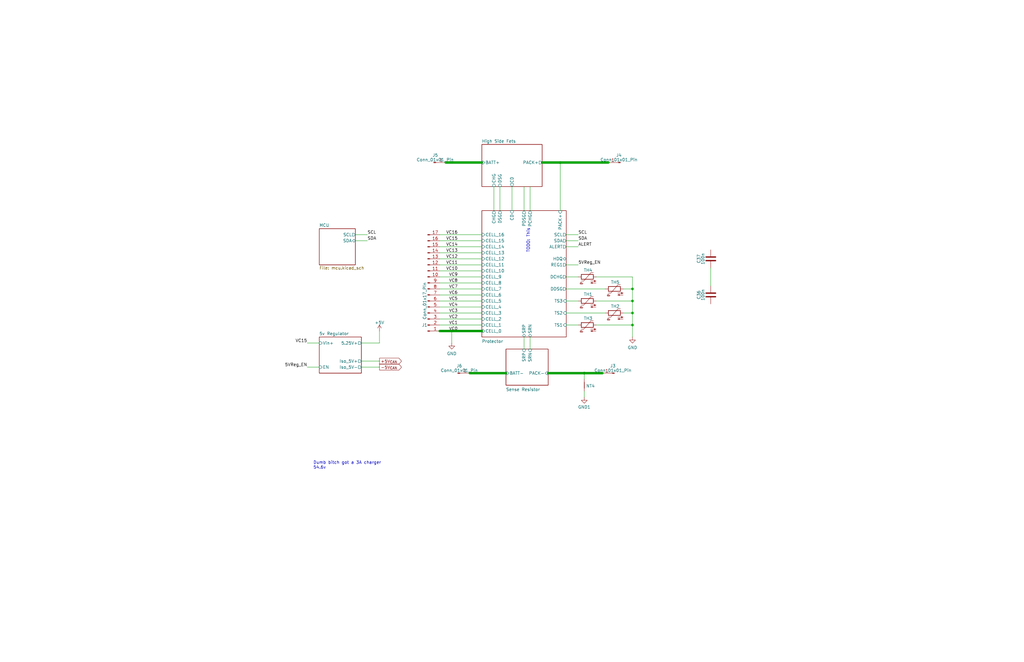
<source format=kicad_sch>
(kicad_sch (version 20230121) (generator eeschema)
  (paper "B")
  (title_block (title "BMS") (date "2022-10-30") (rev "Rev 0") (company "QTech BMS Dept"))
  (lib_symbols
    (symbol "Connector:Conn_01x01_Pin" (pin_names (offset 1.016) hide)
      (property "Reference" "J" (at 0 2.54 0))
      (property "Value" "Conn_01x01_Pin" (at 0 -2.54 0))
      (symbol "Conn_01x01_Pin_1_1"
        (polyline (pts (xy 1.27 0) (xy 0.8636 0)) (stroke (width 0.1524)))
        (rectangle (start 0.8636 0.127) (end 0 -0.127) (stroke (width 0.1524)) (fill (type outline)))
        (pin passive line (at 5.08 0 180) (length 3.81) (name "Pin_1") (number "1"))
      )
    )
    (symbol "Connector:Conn_01x17_Pin" (pin_names (offset 1.016) hide)
      (property "Reference" "J" (at 0 22.86 0))
      (property "Value" "Conn_01x17_Pin" (at 0 -22.86 0))
      (symbol "Conn_01x17_Pin_1_1"
        (polyline (pts (xy 1.27 -20.32) (xy 0.8636 -20.32)) (stroke (width 0.1524)))
        (polyline (pts (xy 1.27 -17.78) (xy 0.8636 -17.78)) (stroke (width 0.1524)))
        (polyline (pts (xy 1.27 -15.24) (xy 0.8636 -15.24)) (stroke (width 0.1524)))
        (polyline (pts (xy 1.27 -12.7) (xy 0.8636 -12.7)) (stroke (width 0.1524)))
        (polyline (pts (xy 1.27 -10.16) (xy 0.8636 -10.16)) (stroke (width 0.1524)))
        (polyline (pts (xy 1.27 -7.62) (xy 0.8636 -7.62)) (stroke (width 0.1524)))
        (polyline (pts (xy 1.27 -5.08) (xy 0.8636 -5.08)) (stroke (width 0.1524)))
        (polyline (pts (xy 1.27 -2.54) (xy 0.8636 -2.54)) (stroke (width 0.1524)))
        (polyline (pts (xy 1.27 0) (xy 0.8636 0)) (stroke (width 0.1524)))
        (polyline (pts (xy 1.27 2.54) (xy 0.8636 2.54)) (stroke (width 0.1524)))
        (polyline (pts (xy 1.27 5.08) (xy 0.8636 5.08)) (stroke (width 0.1524)))
        (polyline (pts (xy 1.27 7.62) (xy 0.8636 7.62)) (stroke (width 0.1524)))
        (polyline (pts (xy 1.27 10.16) (xy 0.8636 10.16)) (stroke (width 0.1524)))
        (polyline (pts (xy 1.27 12.7) (xy 0.8636 12.7)) (stroke (width 0.1524)))
        (polyline (pts (xy 1.27 15.24) (xy 0.8636 15.24)) (stroke (width 0.1524)))
        (polyline (pts (xy 1.27 17.78) (xy 0.8636 17.78)) (stroke (width 0.1524)))
        (polyline (pts (xy 1.27 20.32) (xy 0.8636 20.32)) (stroke (width 0.1524)))
        (rectangle (start 0.8636 -20.193) (end 0 -20.447) (stroke (width 0.1524)) (fill (type outline)))
        (rectangle (start 0.8636 -17.653) (end 0 -17.907) (stroke (width 0.1524)) (fill (type outline)))
        (rectangle (start 0.8636 -15.113) (end 0 -15.367) (stroke (width 0.1524)) (fill (type outline)))
        (rectangle (start 0.8636 -12.573) (end 0 -12.827) (stroke (width 0.1524)) (fill (type outline)))
        (rectangle (start 0.8636 -10.033) (end 0 -10.287) (stroke (width 0.1524)) (fill (type outline)))
        (rectangle (start 0.8636 -7.493) (end 0 -7.747) (stroke (width 0.1524)) (fill (type outline)))
        (rectangle (start 0.8636 -4.953) (end 0 -5.207) (stroke (width 0.1524)) (fill (type outline)))
        (rectangle (start 0.8636 -2.413) (end 0 -2.667) (stroke (width 0.1524)) (fill (type outline)))
        (rectangle (start 0.8636 0.127) (end 0 -0.127) (stroke (width 0.1524)) (fill (type outline)))
        (rectangle (start 0.8636 2.667) (end 0 2.413) (stroke (width 0.1524)) (fill (type outline)))
        (rectangle (start 0.8636 5.207) (end 0 4.953) (stroke (width 0.1524)) (fill (type outline)))
        (rectangle (start 0.8636 7.747) (end 0 7.493) (stroke (width 0.1524)) (fill (type outline)))
        (rectangle (start 0.8636 10.287) (end 0 10.033) (stroke (width 0.1524)) (fill (type outline)))
        (rectangle (start 0.8636 12.827) (end 0 12.573) (stroke (width 0.1524)) (fill (type outline)))
        (rectangle (start 0.8636 15.367) (end 0 15.113) (stroke (width 0.1524)) (fill (type outline)))
        (rectangle (start 0.8636 17.907) (end 0 17.653) (stroke (width 0.1524)) (fill (type outline)))
        (rectangle (start 0.8636 20.447) (end 0 20.193) (stroke (width 0.1524)) (fill (type outline)))
        (pin passive line (at 5.08 20.32 180) (length 3.81) (name "Pin_1") (number "1"))
        (pin passive line (at 5.08 -2.54 180) (length 3.81) (name "Pin_10") (number "10"))
        (pin passive line (at 5.08 -5.08 180) (length 3.81) (name "Pin_11") (number "11"))
        (pin passive line (at 5.08 -7.62 180) (length 3.81) (name "Pin_12") (number "12"))
        (pin passive line (at 5.08 -10.16 180) (length 3.81) (name "Pin_13") (number "13"))
        (pin passive line (at 5.08 -12.7 180) (length 3.81) (name "Pin_14") (number "14"))
        (pin passive line (at 5.08 -15.24 180) (length 3.81) (name "Pin_15") (number "15"))
        (pin passive line (at 5.08 -17.78 180) (length 3.81) (name "Pin_16") (number "16"))
        (pin passive line (at 5.08 -20.32 180) (length 3.81) (name "Pin_17") (number "17"))
        (pin passive line (at 5.08 17.78 180) (length 3.81) (name "Pin_2") (number "2"))
        (pin passive line (at 5.08 15.24 180) (length 3.81) (name "Pin_3") (number "3"))
        (pin passive line (at 5.08 12.7 180) (length 3.81) (name "Pin_4") (number "4"))
        (pin passive line (at 5.08 10.16 180) (length 3.81) (name "Pin_5") (number "5"))
        (pin passive line (at 5.08 7.62 180) (length 3.81) (name "Pin_6") (number "6"))
        (pin passive line (at 5.08 5.08 180) (length 3.81) (name "Pin_7") (number "7"))
        (pin passive line (at 5.08 2.54 180) (length 3.81) (name "Pin_8") (number "8"))
        (pin passive line (at 5.08 0 180) (length 3.81) (name "Pin_9") (number "9"))
      )
    )
    (symbol "Device:C" (pin_numbers hide) (pin_names (offset 0.254))
      (property "Reference" "C" (at 0.635 2.54 0))
      (property "Value" "C" (at 0.635 -2.54 0))
      (symbol "C_0_1"
        (polyline (pts (xy -2.032 -0.762) (xy 2.032 -0.762)) (stroke (width 0.508)))
        (polyline (pts (xy -2.032 0.762) (xy 2.032 0.762)) (stroke (width 0.508)))
      )
      (symbol "C_1_1"
        (pin passive line (at 0 3.81 270) (length 2.794) (name "~") (number "1"))
        (pin passive line (at 0 -3.81 90) (length 2.794) (name "~") (number "2"))
      )
    )
    (symbol "Device:NetTie_2" (pin_numbers hide) (pin_names (offset 0) hide)
      (property "Reference" "NT" (at 0 1.27 0))
      (property "Value" "NetTie_2" (at 0 -1.27 0))
      (symbol "NetTie_2_0_1"
        (polyline (pts (xy -1.27 0) (xy 1.27 0)) (stroke (width 0.254)))
      )
      (symbol "NetTie_2_1_1"
        (pin passive line (at -2.54 0 0) (length 2.54) (name "1") (number "1"))
        (pin passive line (at 2.54 0 180) (length 2.54) (name "2") (number "2"))
      )
    )
    (symbol "Device:Thermistor_NTC" (pin_numbers hide) (pin_names (offset 0))
      (property "Reference" "TH" (at -4.445 0 90))
      (property "Value" "Thermistor_NTC" (at 3.175 0 90))
      (symbol "Thermistor_NTC_0_1"
        (arc (start -3.048 2.159) (mid -3.0495 2.3143) (end -3.175 2.413))
        (arc (start -3.048 2.159) (mid -2.9736 1.9794) (end -2.794 1.905))
        (arc (start -3.048 2.794) (mid -2.9736 2.6144) (end -2.794 2.54))
        (arc (start -2.794 1.905) (mid -2.6144 1.9794) (end -2.54 2.159))
        (arc (start -2.794 2.54) (mid -2.4393 2.5587) (end -2.159 2.794))
        (arc (start -2.794 3.048) (mid -2.9736 2.9736) (end -3.048 2.794))
        (arc (start -2.54 2.794) (mid -2.6144 2.9736) (end -2.794 3.048))
        (rectangle (start -1.016 2.54) (end 1.016 -2.54) (stroke (width 0.254)))
        (polyline (pts (xy -2.54 2.159) (xy -2.54 2.794)))
        (polyline (pts (xy -1.778 2.54) (xy -1.778 1.524) (xy 1.778 -1.524) (xy 1.778 -2.54)))
        (polyline (pts (xy -2.54 -3.683) (xy -2.54 -1.397) (xy -2.794 -2.159) (xy -2.286 -2.159) (xy -2.54 -1.397) (xy -2.54 -1.651)) (fill (type outline)))
        (polyline (pts (xy -1.778 -1.397) (xy -1.778 -3.683) (xy -2.032 -2.921) (xy -1.524 -2.921) (xy -1.778 -3.683) (xy -1.778 -3.429)) (fill (type outline)))
      )
      (symbol "Thermistor_NTC_1_1"
        (pin passive line (at 0 3.81 270) (length 1.27) (name "~") (number "1"))
        (pin passive line (at 0 -3.81 90) (length 1.27) (name "~") (number "2"))
      )
    )
    (symbol "power:+5V" (power) (pin_names (offset 0))
      (property "Value" "+5V" (at 0 3.556 0))
      (symbol "+5V_0_1"
        (polyline (pts (xy -0.762 1.27) (xy 0 2.54)))
        (polyline (pts (xy 0 0) (xy 0 2.54)))
        (polyline (pts (xy 0 2.54) (xy 0.762 1.27)))
      )
      (symbol "+5V_1_1"
        (pin power_in line (at 0 0 90) (length 0) hide (name "+5V") (number "1"))
      )
    )
    (symbol "power:GND" (power) (pin_names (offset 0))
      (property "Value" "GND" (at 0 -3.81 0))
      (symbol "GND_0_1"
        (polyline (pts (xy 0 0) (xy 0 -1.27) (xy 1.27 -1.27) (xy 0 -2.54) (xy -1.27 -1.27) (xy 0 -1.27)))
      )
      (symbol "GND_1_1"
        (pin power_in line (at 0 0 270) (length 0) hide (name "GND") (number "1"))
      )
    )
    (symbol "power:GND1" (power) (pin_names (offset 0))
      (property "Value" "GND1" (at 0 -3.81 0))
      (symbol "GND1_0_1"
        (polyline (pts (xy 0 0) (xy 0 -1.27) (xy 1.27 -1.27) (xy 0 -2.54) (xy -1.27 -1.27) (xy 0 -1.27)))
      )
      (symbol "GND1_1_1"
        (pin power_in line (at 0 0 270) (length 0) hide (name "GND1") (number "1"))
      )
    )
  )
  (junction (at 266.7 127))
  (junction (at 236.22 68.58))
  (junction (at 266.7 132.08))
  (junction (at 266.7 137.16))
  (junction (at 190.5 139.7))
  (junction (at 266.7 121.92))
  (junction (at 246.38 157.48))
  (wire (pts (xy 210.82 78.74) (xy 210.82 88.9)))
  (wire (pts (xy 134.62 154.94) (xy 129.54 154.94)))
  (wire (pts (xy 266.7 127) (xy 266.7 132.08)))
  (wire (pts (xy 220.98 78.74) (xy 220.98 88.9)))
  (wire (pts (xy 223.52 142.24) (xy 223.52 147.32)))
  (wire (pts (xy 185.42 137.16) (xy 203.2 137.16)))
  (wire (pts (xy 251.46 127) (xy 266.7 127)))
  (wire (pts (xy 185.42 129.54) (xy 203.2 129.54)))
  (wire (pts (xy 246.38 157.48) (xy 254 157.48)) (stroke (width 1)))
  (wire (pts (xy 185.42 134.62) (xy 203.2 134.62)))
  (wire (pts (xy 185.42 111.76) (xy 203.2 111.76)))
  (wire (pts (xy 160.02 139.7) (xy 160.02 144.78)))
  (wire (pts (xy 129.54 144.78) (xy 134.62 144.78)))
  (wire (pts (xy 246.38 157.48) (xy 246.38 160.02)))
  (wire (pts (xy 152.4 152.4) (xy 160.02 152.4)))
  (wire (pts (xy 185.42 139.7) (xy 190.5 139.7)) (stroke (width 1)))
  (wire (pts (xy 238.76 137.16) (xy 243.84 137.16)))
  (wire (pts (xy 185.42 124.46) (xy 203.2 124.46)))
  (wire (pts (xy 190.5 139.7) (xy 203.2 139.7)) (stroke (width 1)))
  (wire (pts (xy 152.4 154.94) (xy 160.02 154.94)))
  (wire (pts (xy 236.22 68.58) (xy 256.54 68.58)) (stroke (width 1)))
  (wire (pts (xy 266.7 116.84) (xy 266.7 121.92)))
  (wire (pts (xy 149.86 99.06) (xy 154.94 99.06)))
  (wire (pts (xy 185.42 101.6) (xy 203.2 101.6)))
  (wire (pts (xy 187.96 68.58) (xy 203.2 68.58)) (stroke (width 1)))
  (wire (pts (xy 231.14 157.48) (xy 246.38 157.48)) (stroke (width 1)))
  (wire (pts (xy 185.42 116.84) (xy 203.2 116.84)))
  (wire (pts (xy 266.7 132.08) (xy 266.7 137.16)))
  (wire (pts (xy 238.76 104.14) (xy 243.84 104.14)))
  (wire (pts (xy 238.76 116.84) (xy 243.84 116.84)))
  (wire (pts (xy 262.89 132.08) (xy 266.7 132.08)))
  (wire (pts (xy 220.98 142.24) (xy 220.98 147.32)))
  (wire (pts (xy 185.42 109.22) (xy 203.2 109.22)))
  (wire (pts (xy 223.52 78.74) (xy 223.52 88.9)))
  (wire (pts (xy 185.42 127) (xy 203.2 127)))
  (wire (pts (xy 185.42 121.92) (xy 203.2 121.92)))
  (wire (pts (xy 246.38 165.1) (xy 246.38 167.64)))
  (wire (pts (xy 266.7 142.24) (xy 266.7 137.16)))
  (wire (pts (xy 228.6 68.58) (xy 236.22 68.58)) (stroke (width 1)))
  (wire (pts (xy 238.76 99.06) (xy 243.84 99.06)))
  (wire (pts (xy 299.72 120.65) (xy 299.72 113.03)))
  (wire (pts (xy 251.46 137.16) (xy 266.7 137.16)))
  (wire (pts (xy 238.76 111.76) (xy 243.84 111.76)))
  (wire (pts (xy 185.42 104.14) (xy 203.2 104.14)))
  (wire (pts (xy 198.12 157.48) (xy 213.36 157.48)) (stroke (width 1)))
  (wire (pts (xy 190.5 139.7) (xy 190.5 144.78)))
  (wire (pts (xy 149.86 101.6) (xy 154.94 101.6)))
  (wire (pts (xy 185.42 114.3) (xy 203.2 114.3)))
  (wire (pts (xy 238.76 121.92) (xy 255.27 121.92)))
  (wire (pts (xy 238.76 101.6) (xy 243.84 101.6)))
  (wire (pts (xy 152.4 144.78) (xy 160.02 144.78)))
  (wire (pts (xy 185.42 99.06) (xy 203.2 99.06)))
  (wire (pts (xy 238.76 127) (xy 243.84 127)))
  (wire (pts (xy 185.42 119.38) (xy 203.2 119.38)))
  (wire (pts (xy 185.42 132.08) (xy 203.2 132.08)))
  (wire (pts (xy 262.89 121.92) (xy 266.7 121.92)))
  (wire (pts (xy 251.46 116.84) (xy 266.7 116.84)))
  (wire (pts (xy 208.28 78.74) (xy 208.28 88.9)))
  (wire (pts (xy 266.7 121.92) (xy 266.7 127)))
  (wire (pts (xy 215.9 78.74) (xy 215.9 88.9)))
  (wire (pts (xy 238.76 132.08) (xy 255.27 132.08)))
  (wire (pts (xy 236.22 68.58) (xy 236.22 88.9)))
  (wire (pts (xy 185.42 106.68) (xy 203.2 106.68)))
  (text "Dumb bitch got a 3A charger\n54.6v" (at 132.08 198.12 0) (effects (font (size 1.27 1.27)) (justify left bottom)))
  (text "TODO: This" (at 223.52 106.68 90) (effects (font (size 1.27 1.27)) (justify left bottom)))
  (label "SCL" (at 154.94 99.06 0))
  (label "VC7" (at 193.04 121.92 180))
  (label "VC14" (at 193.04 104.14 180))
  (label "VC13" (at 193.04 106.68 180))
  (label "VC16" (at 193.04 99.06 180))
  (label "VC5" (at 193.04 127 180))
  (label "VC6" (at 193.04 124.46 180))
  (label "5VReg_EN" (at 243.84 111.76 0))
  (label "VC15" (at 129.54 144.78 180))
  (label "VC9" (at 193.04 116.84 180))
  (label "VC0" (at 193.04 139.7 180))
  (label "SDA" (at 243.84 101.6 0))
  (label "VC2" (at 193.04 134.62 180))
  (label "5VReg_EN" (at 129.54 154.94 180))
  (label "ALERT" (at 243.84 104.14 0))
  (label "VC1" (at 193.04 137.16 180))
  (label "VC10" (at 193.04 114.3 180))
  (label "VC8" (at 193.04 119.38 180))
  (label "SCL" (at 243.84 99.06 0))
  (label "VC12" (at 193.04 109.22 180))
  (label "SDA" (at 154.94 101.6 0))
  (label "VC4" (at 193.04 129.54 180))
  (label "VC11" (at 193.04 111.76 180))
  (label "VC3" (at 193.04 132.08 180))
  (label "VC15" (at 193.04 101.6 180))
  (global_label "-5V_{CAN}" (shape output) (at 160.02 154.94 0) (property "Intersheetrefs" "${INTERSHEET_REFS}" (effects hide)))
  (global_label "+5V_{CAN}" (shape output) (at 160.02 152.4 0) (property "Intersheetrefs" "${INTERSHEET_REFS}" (effects hide)))
  (symbol (lib_id "power:GND") (at 266.7 142.24 0) (unit 1)
    (property "Reference" "#PWR011" (effects hide))
    (property "Value" "GND" (at 266.7 146.6834 0))
  )
  (symbol (lib_id "Connector:Conn_01x01_Pin") (at 261.62 68.58 180) (unit 1)
    (property "Reference" "J4" (at 260.985 65.4939 0))
    (property "Value" "Conn_01x01_Pin" (at 260.985 67.4149 0))
    (property "Footprint" "Connector:Banana_Jack_1Pin" (effects hide))
  )
  (symbol (lib_id "power:+5V") (at 160.02 139.7 0) (unit 1)
    (property "Reference" "#PWR01" (effects hide))
    (property "Value" "+5V" (at 160.02 136.1242 0))
  )
  (symbol (lib_id "Connector:Conn_01x01_Pin") (at 193.04 157.48 0) (unit 1)
    (property "Reference" "J6" (at 193.675 154.3939 0))
    (property "Value" "Conn_01x01_Pin" (at 193.675 156.3149 0))
    (property "Footprint" "Connector:Banana_Jack_1Pin" (effects hide))
  )
  (symbol (lib_id "Connector:Conn_01x01_Pin") (at 182.88 68.58 0) (unit 1)
    (property "Reference" "J5" (at 183.515 65.4939 0))
    (property "Value" "Conn_01x01_Pin" (at 183.515 67.4149 0))
    (property "Footprint" "Connector:Banana_Jack_1Pin" (effects hide))
  )
  (symbol (lib_id "power:GND") (at 190.5 144.78 0) (unit 1)
    (property "Reference" "#PWR02" (effects hide))
    (property "Value" "GND" (at 190.5 149.2234 0))
  )
  (symbol (lib_id "Device:C") (at 299.72 109.22 180) (unit 1)
    (property "Reference" "C37" (at 294.64 109.22 90))
    (property "Value" "100n" (at 296.3981 109.22 90))
    (property "Footprint" "Capacitor_SMD:C_0603_1608Metric" (effects hide))
    (property "Datasheet" "https://www.mouser.com/datasheet/2/585/MLCC-1837944.pdf" (effects hide))
    (property "Mouser" "https://www.mouser.com/ProductDetail/Samsung-Electro-Mechanics/CL10B104KC8NNNC?qs=sGAEpiMZZMs7ZEmUmaUL04Db8I7WfOR7JJmoHv2C8bjtz8qZ9HJqbw%3D%3D" (effects hide))
    (property "Part Number" "CL10B104KC8NNNC" (effects hide))
    (property "Rating" "100V" (effects hide))
  )
  (symbol (lib_id "Connector:Conn_01x17_Pin") (at 180.34 119.38 0) (mirror x) (unit 1)
    (property "Reference" "J1" (at 179.07 137.16 0))
    (property "Value" "Conn_01x17_Pin" (at 179.07 127 90))
    (property "Footprint" "Connector_PinHeader_2.00mm:PinHeader_1x17_P2.00mm_Horizontal" (effects hide))
  )
  (symbol (lib_id "Device:NetTie_2") (at 246.38 162.56 270) (unit 1)
    (property "Reference" "NT4" (at 247.142 162.8768 90) (effects (justify left)))
    (property "Value" "NetTie_2" (effects hide))
    (property "Footprint" "NetTie:NetTie-2_SMD_Pad0.5mm" (effects hide))
  )
  (symbol (lib_id "power:GND1") (at 246.38 167.64 0) (unit 1)
    (property "Reference" "#PWR010" (effects hide))
    (property "Value" "GND1" (at 246.38 171.7755 0))
  )
  (symbol (lib_id "Device:Thermistor_NTC") (at 259.08 132.08 90) (unit 1)
    (property "Reference" "TH2" (at 259.3975 129.2662 90))
    (property "Value" "Thermistor_NTC" (effects hide))
    (property "Footprint" "Connector_JST:JST_PH_B2B-PH-K_1x02_P2.00mm_Vertical" (effects hide))
  )
  (symbol (lib_id "Connector:Conn_01x01_Pin") (at 259.08 157.48 180) (unit 1)
    (property "Reference" "J3" (at 258.445 154.3939 0))
    (property "Value" "Conn_01x01_Pin" (at 258.445 156.3149 0))
    (property "Footprint" "Connector:Banana_Jack_1Pin" (effects hide))
  )
  (symbol (lib_id "Device:Thermistor_NTC") (at 259.08 121.92 90) (unit 1)
    (property "Reference" "TH5" (at 259.3975 119.1062 90))
    (property "Value" "Thermistor_NTC" (effects hide))
    (property "Footprint" "Connector_JST:JST_PH_B2B-PH-K_1x02_P2.00mm_Vertical" (effects hide))
  )
  (symbol (lib_id "Device:C") (at 299.72 124.46 180) (unit 1)
    (property "Reference" "C36" (at 294.64 124.46 90))
    (property "Value" "100n" (at 296.3981 124.46 90))
    (property "Footprint" "Capacitor_SMD:C_0603_1608Metric" (effects hide))
    (property "Datasheet" "https://www.mouser.com/datasheet/2/585/MLCC-1837944.pdf" (effects hide))
    (property "Mouser" "https://www.mouser.com/ProductDetail/Samsung-Electro-Mechanics/CL10B104KC8NNNC?qs=sGAEpiMZZMs7ZEmUmaUL04Db8I7WfOR7JJmoHv2C8bjtz8qZ9HJqbw%3D%3D" (effects hide))
    (property "Part Number" "CL10B104KC8NNNC" (effects hide))
    (property "Rating" "100V" (effects hide))
  )
  (symbol (lib_id "Device:Thermistor_NTC") (at 247.65 116.84 90) (unit 1)
    (property "Reference" "TH4" (at 247.9675 114.0262 90))
    (property "Value" "Thermistor_NTC" (effects hide))
    (property "Footprint" "Connector_JST:JST_PH_B2B-PH-K_1x02_P2.00mm_Vertical" (effects hide))
  )
  (symbol (lib_id "Device:Thermistor_NTC") (at 247.65 137.16 90) (unit 1)
    (property "Reference" "TH3" (at 247.9675 134.3462 90))
    (property "Value" "Thermistor_NTC" (effects hide))
    (property "Footprint" "Connector_JST:JST_PH_B2B-PH-K_1x02_P2.00mm_Vertical" (effects hide))
  )
  (symbol (lib_id "Device:Thermistor_NTC") (at 247.65 127 90) (unit 1)
    (property "Reference" "TH1" (at 247.9675 124.1862 90))
    (property "Value" "Thermistor_NTC" (effects hide))
    (property "Footprint" "Connector_JST:JST_PH_B2B-PH-K_1x02_P2.00mm_Vertical" (effects hide))
  )
  (sheet (at 134.62 96.52) (size 15.24 15.24) (stroke (width 0.1524))
    (property "Sheetname" "MCU" (at 134.62 95.8084 0) (effects (justify left bottom)))
    (property "Sheetfile" "mcu.kicad_sch" (at 134.62 112.3446 0) (effects (justify left top)))
    (pin "SCL" output (at 149.86 99.06 0))
    (pin "SDA" bidirectional (at 149.86 101.6 0))
  )
  (sheet (at 203.2 60.96) (size 25.4 17.78) (stroke (width 0.1524))
    (property "Sheetname" "High Side Fets" (at 203.2 60.325 0) (effects (justify left bottom)))
    (property "Sheetfile" "high_side.kicad_sch" (effects hide))
    (pin "CHG" input (at 208.28 78.74 270))
    (pin "DSG" input (at 210.82 78.74 270))
    (pin "PACK+" output (at 228.6 68.58 0))
    (pin "BATT+" input (at 203.2 68.58 180))
    (pin "CD" output (at 215.9 78.74 270))
  )
  (sheet (at 134.62 142.24) (size 17.78 15.24) (stroke (width 0.1524))
    (property "Sheetname" "5v Regulator" (at 134.62 141.5284 0) (effects (justify left bottom)))
    (property "Sheetfile" "mcu_power.kicad_sch" (effects hide))
    (pin "Vin+" input (at 134.62 144.78 180))
    (pin "EN" input (at 134.62 154.94 180))
    (pin "Iso_5V+" output (at 152.4 152.4 0))
    (pin "Iso_5V-" output (at 152.4 154.94 0))
    (pin "5.25V+" output (at 152.4 144.78 0))
  )
  (sheet (at 213.36 147.32) (size 17.78 15.24) (stroke (width 0.1524))
    (property "Sheetname" "Sense Resistor" (at 213.36 165.1 0) (effects (justify left bottom)))
    (property "Sheetfile" "sense_resistor.kicad_sch" (effects hide))
    (pin "BATT-" input (at 213.36 157.48 180))
    (pin "PACK-" input (at 231.14 157.48 0))
    (pin "SRP" input (at 220.98 147.32 90))
    (pin "SRN" input (at 223.52 147.32 90))
  )
  (sheet (at 203.2 88.9) (size 35.56 53.34) (stroke (width 0.1524))
    (property "Sheetname" "Protector" (at 203.2 144.78 0) (effects (justify left bottom)))
    (property "Sheetfile" "protector.kicad_sch" (effects hide))
    (pin "CHG" output (at 208.28 88.9 90))
    (pin "DSG" output (at 210.82 88.9 90))
    (pin "CELL_0" input (at 203.2 139.7 180))
    (pin "CELL_1" input (at 203.2 137.16 180))
    (pin "CELL_2" input (at 203.2 134.62 180))
    (pin "CELL_3" input (at 203.2 132.08 180))
    (pin "CELL_4" input (at 203.2 129.54 180))
    (pin "CELL_5" input (at 203.2 127 180))
    (pin "SRP" bidirectional (at 220.98 142.24 270))
    (pin "SRN" bidirectional (at 223.52 142.24 270))
    (pin "CELL_6" input (at 203.2 124.46 180))
    (pin "CELL_7" input (at 203.2 121.92 180))
    (pin "TS2" input (at 238.76 132.08 0))
    (pin "TS3" input (at 238.76 127 0))
    (pin "SDA" output (at 238.76 101.6 0))
    (pin "ALERT" output (at 238.76 104.14 0))
    (pin "TS1" input (at 238.76 137.16 0))
    (pin "SCL" output (at 238.76 99.06 0))
    (pin "CELL_15" input (at 203.2 101.6 180))
    (pin "CELL_14" input (at 203.2 104.14 180))
    (pin "CELL_12" input (at 203.2 109.22 180))
    (pin "CELL_13" input (at 203.2 106.68 180))
    (pin "CELL_10" input (at 203.2 114.3 180))
    (pin "CELL_9" input (at 203.2 116.84 180))
    (pin "CELL_8" input (at 203.2 119.38 180))
    (pin "CELL_11" input (at 203.2 111.76 180))
    (pin "HDQ" bidirectional (at 238.76 109.22 0))
    (pin "PACK+" input (at 236.22 88.9 90))
    (pin "PDSG" output (at 220.98 88.9 90))
    (pin "PCHG" output (at 223.52 88.9 90))
    (pin "CELL_16" input (at 203.2 99.06 180))
    (pin "CD" input (at 215.9 88.9 90))
    (pin "DDSG" output (at 238.76 121.92 0))
    (pin "DCHG" output (at 238.76 116.84 0))
    (pin "REG1" output (at 238.76 111.76 0))
  )
)
</source>
